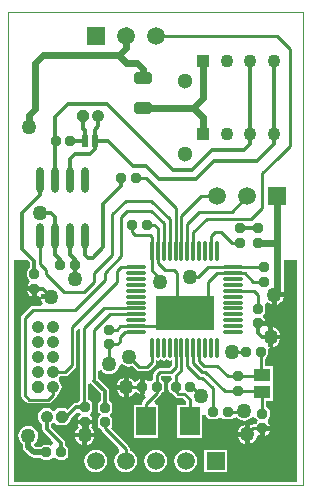
<source format=gtl>
%FSTAX43Y43*%
%MOMM*%
%SFA1B1*%

%IPPOS*%
%AMD10*
4,1,8,0.398780,-0.200660,0.398780,0.200660,0.200660,0.398780,-0.200660,0.398780,-0.398780,0.200660,-0.398780,-0.200660,-0.200660,-0.398780,0.200660,-0.398780,0.398780,-0.200660,0.0*
1,1,0.400000,0.200660,-0.200660*
1,1,0.400000,0.200660,0.200660*
1,1,0.400000,-0.200660,0.200660*
1,1,0.400000,-0.200660,-0.200660*
%
%AMD11*
4,1,8,-0.200660,-0.398780,0.200660,-0.398780,0.398780,-0.200660,0.398780,0.200660,0.200660,0.398780,-0.200660,0.398780,-0.398780,0.200660,-0.398780,-0.200660,-0.200660,-0.398780,0.0*
1,1,0.400000,-0.200660,-0.200660*
1,1,0.400000,0.200660,-0.200660*
1,1,0.400000,0.200660,0.200660*
1,1,0.400000,-0.200660,0.200660*
%
%AMD12*
4,1,8,0.749300,-0.248920,0.749300,0.248920,0.500380,0.500380,-0.500380,0.500380,-0.749300,0.248920,-0.749300,-0.248920,-0.500380,-0.500380,0.500380,-0.500380,0.749300,-0.248920,0.0*
1,1,0.500000,0.500380,-0.248920*
1,1,0.500000,0.500380,0.248920*
1,1,0.500000,-0.500380,0.248920*
1,1,0.500000,-0.500380,-0.248920*
%
%AMD27*
4,1,8,-0.533400,-0.220980,-0.220980,-0.533400,0.220980,-0.533400,0.533400,-0.220980,0.533400,0.220980,0.220980,0.533400,-0.220980,0.533400,-0.533400,0.220980,-0.533400,-0.220980,0.0*
%
%AMD28*
4,1,8,0.220980,-0.533400,0.533400,-0.220980,0.533400,0.220980,0.220980,0.533400,-0.220980,0.533400,-0.533400,0.220980,-0.533400,-0.220980,-0.220980,-0.533400,0.220980,-0.533400,0.0*
%
G04~CAMADD=10~8~0.0~0.0~315.0~315.0~78.7~0.0~15~0.0~0.0~0.0~0.0~0~0.0~0.0~0.0~0.0~0~0.0~0.0~0.0~270.0~314.0~314.0*
%ADD10D10*%
G04~CAMADD=11~8~0.0~0.0~315.0~315.0~78.7~0.0~15~0.0~0.0~0.0~0.0~0~0.0~0.0~0.0~0.0~0~0.0~0.0~0.0~180.0~314.0~314.0*
%ADD11D11*%
G04~CAMADD=12~8~0.0~0.0~393.7~590.6~98.4~0.0~15~0.0~0.0~0.0~0.0~0~0.0~0.0~0.0~0.0~0~0.0~0.0~0.0~270.0~590.0~393.0*
%ADD12D12*%
%ADD13O,0.299999X1.699997*%
%ADD14O,1.699997X0.299999*%
%ADD15R,0.499999X0.999998*%
%ADD16R,1.399997X1.099998*%
%ADD17R,1.699997X2.399995*%
%ADD18O,0.599999X2.199996*%
%ADD19C,0.253999*%
%ADD20C,0.304999*%
%ADD21C,0.634999*%
%ADD22C,0.507999*%
%ADD23R,4.999990X2.999994*%
%ADD24C,0.100000*%
%ADD25C,1.066998*%
%ADD26C,1.066998*%
G04~CAMADD=27~4~0.0~0.0~420.1~420.1~0.0~123.0~0~0.0~0.0~0.0~0.0~0~0.0~0.0~0.0~0.0~0~0.0~0.0~0.0~135.0~420.1~420.1*
%ADD27D27*%
G04~CAMADD=28~4~0.0~0.0~420.1~420.1~0.0~123.0~0~0.0~0.0~0.0~0.0~0~0.0~0.0~0.0~0.0~0~0.0~0.0~0.0~225.0~420.1~420.1*
%ADD28D28*%
%ADD29C,1.299997*%
%ADD30C,1.099998*%
%ADD31R,1.099998X1.099998*%
%ADD32R,1.499997X1.499997*%
%ADD33C,1.499997*%
%ADD34C,1.269997*%
%LNopengrab_ctrl-1*%
%LPD*%
G36*
X0124499Y0050249D02*
X0100499D01*
Y0068999*
X0101687*
X0101875Y0068811*
Y0068392*
X0101746Y0068305*
X0101657Y0068173*
X0101626Y0068017*
Y0067617*
X0101657Y0067461*
X0101746Y0067329*
X0101878Y006724*
X0101746Y0067056*
X0101657Y0066923*
X0101627Y006677*
X0102235*
Y0066567*
X0102437*
Y006596*
X0102566Y0065985*
X0102814Y0065808*
X0102802Y0065899*
X0102828Y0066102*
X0103644*
Y0065696*
X0102829*
X010283Y0065681*
X0102915Y0065478*
X0102965Y0065412*
X0102831Y0065138*
X0102105*
X0101977Y0065113*
X0101869Y0065041*
X0101163Y0064335*
X0101092Y0064227*
X0101066Y0064099*
Y0057599*
X0101092Y0057471*
X0101163Y0057363*
X0101563Y0056963*
X0101671Y0056891*
X0101799Y0056866*
X0103399*
X0103527Y0056891*
X0103635Y0056963*
X0104035Y0057363*
X0104107Y0057471*
X0104132Y0057599*
Y0057603*
X0104169Y0057618*
X0104322Y0057736*
X010444Y0057889*
X0104514Y0058068*
X0104539Y0058259*
X0104514Y005845*
X010444Y0058629*
X0104322Y0058782*
Y0059006*
X010444Y0059159*
X0104455Y0059196*
X0104829*
X0104957Y0059221*
X0105065Y0059293*
X0105645Y0059873*
X0105717Y0059981*
X0105742Y0060109*
Y0063027*
X0105996Y0063196*
X0106072Y0063165*
Y0057078*
X0106011Y0057037*
X0105924Y0056908*
X0105749*
X0105612Y0056881*
X0105495Y0056803*
X0105031Y0056339*
X0104894Y0056476*
X0104161*
X010394Y0056255*
X0103781Y0056266*
X0103627Y0056383*
X0103449Y0056457*
X0103258Y0056483*
X0103066Y0056457*
X0102888Y0056383*
X0102734Y0056266*
X0102617Y0056113*
X0102543Y0055934*
X0102518Y0055743*
X0102543Y0055551*
X0102617Y0055373*
X0102734Y005522*
X0102888Y0055102*
X0102898Y0055098*
Y005474*
X0102926Y0054603*
X0103003Y0054486*
X0103477Y0054013*
X010378Y005356*
X0103606Y00533*
X010345Y0053331*
X010305*
X0102894Y00533*
X0102762Y0053213*
X0102745Y0053187*
X0102366*
X0102189Y0053364*
Y0053439*
X0102322Y005354*
X0102455Y0053715*
X010254Y0053918*
X0102568Y0054136*
X010254Y0054354*
X0102455Y0054557*
X0102322Y0054732*
X0102147Y0054865*
X0101944Y005495*
X0101727Y0054978*
X0101508Y005495*
X0101305Y0054865*
X010113Y0054732*
X0100997Y0054557*
X0100912Y0054354*
X0100884Y0054136*
X0100912Y0053918*
X0100997Y0053715*
X010113Y005354*
X0101263Y0053439*
Y0053172*
X0101298Y0052995*
X0101399Y0052845*
X0101847Y0052396*
X0101997Y0052296*
X0102174Y0052261*
X0102745*
X0102762Y0052235*
X0102894Y0052147*
X010305Y0052116*
X010345*
X0103606Y0052147*
X0103723Y0052225*
X0104028*
X0104144Y0052147*
X01043Y0052116*
X01047*
X0104856Y0052147*
X0104989Y0052235*
X0105077Y0052368*
X0105108Y0052524*
Y0052924*
X0105077Y005308*
X0104989Y0053213*
X010486Y0053298*
Y0053498*
X0104832Y0053635*
X0104754Y0053752*
X0103617Y0054889*
Y0055098*
X0103627Y0055102*
X0103781Y005522*
X010394Y005523*
X0104161Y0055009*
X0104894*
X0105261Y0055376*
Y0055409*
X010527Y0055415*
X010537Y0055566*
X0105394Y0055686*
X0105777Y0056068*
X0106011Y0056061*
X0106143Y0055972*
X0106011Y0055787*
X0105922Y0055655*
X0105892Y0055502*
X0107106*
X0107076Y0055655*
X0106987Y0055787*
X0106948Y0055843*
X0106987Y0056061*
X0107076Y0056193*
X0107107Y0056349*
Y0056749*
X0107076Y0056905*
X0106987Y0057037*
X0106855Y0057126*
X0106738Y005715*
Y0058502*
X010703Y0058591*
X0107061Y0058547*
X0107848Y0057758*
Y0057089*
X0107719Y0057002*
X010763Y005687*
X0107599Y0056714*
Y0056314*
X010763Y0056158*
X0107719Y0056026*
X0107851Y0055937*
X0107719Y0055753*
X010763Y005562*
X0107599Y0055464*
Y0055064*
X010763Y0054908*
X0107719Y0054776*
X0107851Y0054687*
X0107896Y0054678*
X0107899Y0054663*
X0107971Y0054555*
X0109326Y0053201*
X0109431Y0052948*
X010942Y0052783*
X0109281Y0052677*
X0109129Y0052478*
X0109033Y0052247*
X0109001Y0051999*
X0109033Y0051751*
X0109129Y005152*
X0109281Y0051321*
X010948Y0051169*
X0109711Y0051073*
X0109959Y0051041*
X0110207Y0051073*
X0110438Y0051169*
X0110637Y0051321*
X0110789Y005152*
X0110885Y0051751*
X0110917Y0051999*
X0110885Y0052247*
X0110789Y0052478*
X0110637Y0052677*
X0110438Y0052829*
X0110292Y0052889*
Y0053039*
X0110267Y0053167*
X0110243Y0053203*
X0110195Y0053275*
X0108696Y0054774*
X0108695*
Y0054776*
X0108784Y0054908*
X0108815Y0055064*
Y0055464*
X0108784Y005562*
X0108695Y0055753*
X0108656Y0055808*
X0108695Y0056026*
X0108784Y0056158*
X0108815Y0056314*
Y0056714*
X0108784Y005687*
X0108695Y0057002*
X0108566Y0057089*
Y0057907*
X0108539Y0058045*
X0108461Y0058161*
X0107647Y0058975*
Y0059572*
X0107936Y005967*
X0107988Y0059601*
X0108163Y0059468*
X0108366Y0059383*
X0108585Y0059355*
X0108802Y0059383*
X0109005Y0059468*
X010918Y0059601*
X0109313Y0059776*
X0109398Y0059979*
X0109408Y0060059*
X0109463Y0060101*
X0109692Y0060196*
X0109814Y0060103*
X0110017Y0060018*
X0110236Y005999*
X0110453Y0060018*
X0110541Y0060055*
X0110888Y0059707*
X0110996Y0059635*
X0111125Y005961*
X011176*
X0111887Y0059635*
X0111995Y0059707*
X011242Y0060132*
X0112492Y006024*
X0112517Y0060368*
X0112547Y0060528*
X0112684Y0060501*
X0112821Y0060528*
X0112934Y0060604*
X0113047Y0060528*
X0113184Y0060501*
X0113321Y0060528*
X0113434Y0060604*
X0113547Y0060528*
X0113684Y0060501*
X0113851Y0060512*
Y0060093*
X0113653Y0059895*
X0112903*
X0112774Y005987*
X0112666Y0059798*
X01124Y0059531*
X0112327Y0059423*
X0112302Y0059295*
Y0058873*
X0112279Y0058869*
X0112147Y005878*
X0111929Y0058741*
X0111874Y005878*
X0111741Y0058869*
X0111589Y0058899*
Y0058293*
Y0057685*
X0111585Y0057684*
X011151*
X0111625Y0057483*
X0111644Y005739*
X0111451Y0057059*
X0111379Y0056951*
X0111354Y0056823*
Y0056771*
X0110637*
Y0053971*
X0112737*
Y0056771*
X0112505*
X0112388Y0057053*
X0112871Y0057536*
X0112943Y0057644*
X0112956Y0057708*
X0112991Y0057715*
X0113124Y0057804*
X0113212Y0057936*
X0113243Y0058092*
Y0058492*
X0113212Y0058648*
X0113124Y005878*
X0112991Y0058869*
X0112969Y0058873*
Y0059157*
X011304Y0059229*
X0113792*
X0113859Y0058889*
X0113836Y0058869*
X0113704Y005878*
X0113615Y0058648*
X0113584Y0058492*
Y0058092*
X0113615Y0057936*
X0113704Y0057804*
X0113836Y0057715*
X0113928Y0057697*
X0113956Y0057655*
X011419Y0057421*
X0114298Y0057349*
X0114427Y0057324*
X0114796*
X0115054Y0057066*
Y0056771*
X0114337*
Y0053971*
X0116437*
Y0055897*
X011674Y0055927*
X011677Y0055777*
X0116859Y0055645*
X0116991Y0055556*
X0117147Y0055525*
X0117547*
X0117703Y0055556*
X011782Y0055634*
X0118124*
X0118241Y0055556*
X0118397Y0055525*
X0118797*
X0118953Y0055556*
X0119085Y0055645*
X0119102Y005567*
X0119407Y005568*
X0119418Y0055664*
X0119593Y0055531*
X0119796Y0055446*
X0120015Y0055418*
X0120232Y0055446*
X0120435Y0055531*
X012061Y0055664*
X0120662Y0055732*
X0120959Y0055663*
X0120961Y005565*
X012105Y0055518*
X0121182Y0055429*
X012105Y0055245*
X0120961Y0055112*
X0120957Y0055089*
X0120756*
X0120628Y0055064*
X0120565Y0055022*
X0120467Y0055063*
X0120452Y0055064*
Y0054249*
Y0053434*
X0120467Y0053435*
X012067Y005352*
X0120845Y0053653*
X0120978Y0053828*
X0121063Y0054031*
X0121182Y0054179*
X0121335Y0054149*
Y0054756*
X0121539*
Y0054959*
X0122145*
X0122115Y0055112*
X0122026Y0055245*
X0121987Y00553*
X0122026Y0055518*
X0122115Y005565*
X0122146Y0055806*
Y0056206*
X0122115Y0056362*
X0122026Y0056494*
X0121894Y0056583*
X0121871Y0056587*
Y0057046*
X0122438*
Y0058547*
Y0060046*
X0121724*
Y0060632*
X0121747Y0060636*
X0121879Y0060725*
X0121968Y0060857*
X0121999Y0061013*
Y0061413*
X0121993Y0061441*
X0122202Y0061663*
X0122047Y0061683*
Y0062499*
Y0063314*
X0122031Y0063313*
X0122026Y0063311*
X0121773Y006348*
Y0063446*
X0121772Y0063443*
X0121165*
Y0063849*
X0121772*
X0121742Y0064002*
X0121653Y0064135*
X0121614Y006419*
X0121653Y0064408*
X0121742Y006454*
X0121773Y0064696*
Y0065096*
X0121742Y0065252*
X0121741Y0065253*
X0121963Y0065462*
X0122137Y0065329*
X012234Y0065244*
X0122355Y0065243*
Y0066058*
X0122558*
Y0066261*
X0123373*
X0123372Y0066276*
X0123336Y0066363*
Y0068999*
X0124499*
Y0050249*
G37*
%LNopengrab_ctrl-2*%
%LPC*%
G36*
X0107315Y0053996D02*
X0106702D01*
Y0053384*
X0106717Y0053385*
X010692Y005347*
X0107095Y0053603*
X0107228Y0053778*
X0107313Y0053981*
X0107315Y0053996*
G37*
G36*
X0106296D02*
X0105684D01*
X0105685Y0053981*
X010577Y0053778*
X0105903Y0053603*
X0106078Y005347*
X0106281Y0053385*
X0106296Y0053384*
Y0053996*
G37*
G36*
X0120046Y0054046D02*
X0119434D01*
X0119435Y0054031*
X011952Y0053828*
X0119653Y0053653*
X0119828Y005352*
X0120031Y0053435*
X0120046Y0053434*
Y0054046*
G37*
G36*
X0122145Y0054553D02*
X0121741D01*
Y0054149*
X0121894Y0054179*
X0122026Y0054268*
X0122115Y00544*
X0122145Y0054553*
G37*
G36*
X0112499Y0052957D02*
X0112251Y0052925D01*
X011202Y0052829*
X0111821Y0052677*
X0111669Y0052478*
X0111573Y0052247*
X0111541Y0051999*
X0111573Y0051751*
X0111669Y005152*
X0111821Y0051321*
X011202Y0051169*
X0112251Y0051073*
X0112499Y0051041*
X0112747Y0051073*
X0112978Y0051169*
X0113177Y0051321*
X0113329Y005152*
X0113425Y0051751*
X0113457Y0051999*
X0113425Y0052247*
X0113329Y0052478*
X0113177Y0052677*
X0112978Y0052829*
X0112747Y0052925*
X0112499Y0052957*
G37*
G36*
X0107419D02*
X0107171Y0052925D01*
X010694Y0052829*
X0106741Y0052677*
X0106589Y0052478*
X0106493Y0052247*
X0106461Y0051999*
X0106493Y0051751*
X0106589Y005152*
X0106741Y0051321*
X010694Y0051169*
X0107171Y0051073*
X0107419Y0051041*
X0107667Y0051073*
X0107898Y0051169*
X0108097Y0051321*
X0108249Y005152*
X0108345Y0051751*
X0108377Y0051999*
X0108345Y0052247*
X0108249Y0052478*
X0108097Y0052677*
X0107898Y0052829*
X0107667Y0052925*
X0107419Y0052957*
G37*
G36*
X0118529Y0052949D02*
X0116629D01*
Y0051049*
X0118529*
Y0052949*
G37*
G36*
X0115039Y0052957D02*
X0114791Y0052925D01*
X011456Y0052829*
X0114361Y0052677*
X0114209Y0052478*
X0114113Y0052247*
X0114081Y0051999*
X0114113Y0051751*
X0114209Y005152*
X0114361Y0051321*
X011456Y0051169*
X0114791Y0051073*
X0115039Y0051041*
X0115287Y0051073*
X0115518Y0051169*
X0115717Y0051321*
X0115869Y005152*
X0115965Y0051751*
X0115997Y0051999*
X0115965Y0052247*
X0115869Y0052478*
X0115717Y0052677*
X0115518Y0052829*
X0115287Y0052925*
X0115039Y0052957*
G37*
G36*
X0107106Y0055096D02*
X0105892D01*
X0105922Y0054943*
X0105971Y0054869*
Y0054847*
X0105903Y0054795*
X010577Y005462*
X0105685Y0054417*
X0105684Y0054402*
X0107315*
X0107313Y0054417*
X0107228Y005462*
X0107095Y0054795*
X0107027Y0054847*
Y0054869*
X0107076Y0054943*
X0107106Y0055096*
G37*
G36*
X0122452Y0063314D02*
Y0062702D01*
X0123064*
X0123063Y0062717*
X0122978Y006292*
X0122845Y0063095*
X012267Y0063228*
X0122467Y0063313*
X0122452Y0063314*
G37*
G36*
X0123064Y0062296D02*
X0122452D01*
Y0061684*
X0122467Y0061685*
X012267Y006177*
X0122845Y0061903*
X0122978Y0062078*
X0123063Y0062281*
X0123064Y0062296*
G37*
G36*
X0102031Y0066364D02*
X0101627D01*
X0101657Y0066211*
X0101746Y0066079*
X0101878Y006599*
X0102031Y006596*
Y0066364*
G37*
G36*
X0123373Y0065855D02*
X0122761D01*
Y0065243*
X0122776Y0065244*
X0122979Y0065329*
X0123154Y0065462*
X0123287Y0065637*
X0123372Y006584*
X0123373Y0065855*
G37*
G36*
X0109796Y0058046D02*
X0109184D01*
X0109185Y0058031*
X010927Y0057828*
X0109403Y0057653*
X0109578Y005752*
X0109781Y0057435*
X0109796Y0057434*
Y0058046*
G37*
G36*
X0120046Y0055064D02*
X0120031Y0055063D01*
X0119828Y0054978*
X0119653Y0054845*
X011952Y005467*
X0119435Y0054467*
X0119434Y0054452*
X0120046*
Y0055064*
G37*
G36*
X0109796Y0059064D02*
X0109781Y0059063D01*
X0109578Y0058978*
X0109403Y0058845*
X010927Y005867*
X0109185Y0058467*
X0109184Y0058452*
X0109796*
Y0059064*
G37*
G36*
X0110202D02*
Y0058249D01*
Y0057434*
X0110217Y0057435*
X011042Y005752*
X0110595Y0057653*
X0110728Y0057828*
X0110897Y0057804*
X0111029Y0057715*
X0111182Y0057685*
Y0058293*
Y0058899*
X0111029Y0058869*
X0110897Y005878*
X0110728Y005867*
X0110595Y0058845*
X011042Y0058978*
X0110217Y0059063*
X0110202Y0059064*
G37*
%LNopengrab_ctrl-3*%
%LPD*%
G54D10*
X0121158Y0070458D03*
Y0071708D03*
X0119634D03*
Y0070458D03*
X0121666Y0067183D03*
Y0068432D03*
X0121165Y0064897D03*
Y0063646D03*
X0119507Y0057912D03*
Y0059161D03*
X0121539Y0056007D03*
Y0054756D03*
X0102235Y0067818D03*
Y0066567D03*
X0108585Y0063119D03*
Y0061868D03*
X0108207Y0056515D03*
Y0055264D03*
X0106499Y0055299D03*
Y0056549D03*
G54D11*
X0105283Y0079121D03*
X0104032D03*
X0109601Y0075946D03*
X011085D03*
X0120142Y0061214D03*
X0121391D03*
X0111385Y0058293D03*
X0112635D03*
X0115443D03*
X0114192D03*
X0117348Y0056134D03*
X0118597D03*
X0105664Y006858D03*
X0104413D03*
X01045Y0052724D03*
X0103251D03*
X011176Y0072009D03*
X0110509D03*
G54D12*
X0111399Y0084399D03*
Y0081899D03*
G54D13*
X0112184Y0061558D03*
X0112684D03*
X0113184D03*
X0113684D03*
X0114184D03*
X0114684D03*
X0115184D03*
X0115684D03*
X0116184D03*
X0116684D03*
X0117184D03*
X0117684D03*
Y0069758D03*
X0117184D03*
X0116684D03*
X0116184D03*
X0115684D03*
X0115184D03*
X0114684D03*
X0114184D03*
X0113684D03*
X0113184D03*
X0112684D03*
X0112184D03*
G54D14*
X0119034Y0062908D03*
Y0063408D03*
Y0063908D03*
Y0064408D03*
Y0064908D03*
Y0065408D03*
Y0065908D03*
Y0066408D03*
Y0066908D03*
Y0067408D03*
Y0067908D03*
Y0068408D03*
X0110834D03*
Y0067908D03*
Y0067408D03*
Y0066908D03*
Y0066408D03*
Y0065908D03*
Y0065408D03*
Y0064908D03*
Y0064408D03*
Y0063908D03*
Y0063408D03*
Y0062908D03*
G54D15*
X0107333Y0079121D03*
X0106533D03*
G54D16*
X0121539Y0057796D03*
Y0059296D03*
G54D17*
X0115387Y0055372D03*
X0111687D03*
G54D18*
X0102743Y0071005D03*
X0104013D03*
X0105283D03*
X0106553D03*
X0102743Y0075805D03*
X0104013D03*
X0105283D03*
X0106553D03*
G54D19*
X0116199Y0073099D02*
X0118957D01*
X0115184Y0072084D02*
X0116199Y0073099D01*
X0115184Y0069758D02*
Y0072084D01*
X0118957Y0073099D02*
X0120269Y007441D01*
X0120599Y0072499D02*
X0121539Y0073438D01*
X0116822Y0072499D02*
X0120599D01*
X0115697Y0071374D02*
X0116822Y0072499D01*
X011894Y0070458D02*
X0119634D01*
X0117999Y0071399D02*
X011894Y0070458D01*
X0117499Y0071399D02*
X0117999D01*
X0117184Y0071084D02*
X0117499Y0071399D01*
X011632Y007441D02*
X0117729D01*
X0121539Y0073438D02*
Y0076338D01*
X010541Y0060109D02*
Y0063373D01*
X0104829Y0059529D02*
X010541Y0060109D01*
X0103799Y0059529D02*
X0104829D01*
X0102105Y0064805D02*
X0105699D01*
X0101399Y0064099D02*
X0102105Y0064805D01*
X0101399Y0057599D02*
Y0064099D01*
Y0057599D02*
X0101799Y0057199D01*
X0103399*
X0103799Y0057599*
Y0058259*
X0119034Y0068408D02*
X0121666D01*
X0106206Y0056549D02*
X0106405Y0056748D01*
X0115697Y0069758D02*
Y0071374D01*
X0112499Y0087999D02*
X0122799D01*
X0123899Y0086899*
Y0078699D02*
Y0086899D01*
X0122866Y0077665D02*
X0123899Y0078699D01*
X0121539Y0076338D02*
X0122866Y0077665D01*
X0114184Y0069758D02*
Y0073414D01*
X0111653Y0075946D02*
X0114184Y0073414D01*
X011085Y0075946D02*
X0111653D01*
X0109959Y0051999D02*
Y0053039D01*
X0108207Y0054791D02*
X0109959Y0053039D01*
X0108207Y0054791D02*
Y0055264D01*
X0109959Y0051499D02*
Y0051999D01*
X0116194Y0059055D02*
X0116444D01*
X0115184Y0060064D02*
X0116194Y0059055D01*
X0115184Y0060064D02*
Y0061558D01*
X0116436Y0059563D02*
X0116713D01*
X0115684Y0060314D02*
X0116436Y0059563D01*
X0115684Y0060314D02*
Y0061558D01*
X0108088Y0064908D02*
X0110834D01*
X0110109Y0073152D02*
X0112141D01*
X0113184Y0072107*
X0109982Y0074041D02*
X0112141D01*
X0113684Y0072496*
X0121391Y0059173D02*
Y0061214D01*
Y0059173D02*
X0121403Y0059161D01*
X0121539Y0059296*
X0119507Y0059161D02*
X0121403D01*
X0121423Y0057912D02*
X0121539Y0057796D01*
X0119507Y0057912D02*
X0121423D01*
X0118364D02*
X0119507D01*
X0118637Y0059161D02*
X0119507D01*
X0116586Y0060071D02*
X0117729D01*
X0118637Y0059161*
X0116184Y0060471D02*
X0116586Y0060071D01*
X0116713Y0059563D02*
X0118364Y0057912D01*
X0116184Y0060471D02*
Y0061558D01*
X0113792Y0059563D02*
X0114184Y0059955D01*
X0114684Y0059693D02*
Y0060201D01*
X0119034Y0067908D02*
X012005D01*
X0109509Y0063408D02*
X0110834D01*
X010922Y0063119D02*
X0109509Y0063408D01*
X0108585Y0063119D02*
X010922D01*
X0108585Y0061868D02*
X0109239D01*
X0109474Y0062103*
Y0062484*
X0109898Y0062908*
X0110834*
X0111687Y0056823D02*
X0112635Y0057771D01*
X0111687Y0055626D02*
Y0056823D01*
X0114192Y0057891D02*
Y0059201D01*
Y0057891D02*
X0114427Y0057658D01*
X0114935*
X0115387Y0057204*
Y0055626D02*
Y0057204D01*
X0114184Y0059955D02*
Y0061558D01*
X0112903Y0059563D02*
X0113792D01*
X0114192Y0059201D02*
X0114684Y0059693D01*
X0112635Y0057771D02*
Y0059295D01*
X0112903Y0059563*
X0114684Y0060201D02*
Y0061558D01*
X0110509Y0071353D02*
Y0072009D01*
Y0071353D02*
X0110744Y007112D01*
X0112014*
X0112184Y0070948*
Y0069758D02*
Y0070948D01*
X011176Y0072009D02*
X0112395D01*
X0112684Y0071718*
Y0069758D02*
Y0071718D01*
X0113184Y0069758D02*
Y0072107D01*
X0113684Y0069758D02*
Y0072496D01*
X0108839Y0072898D02*
X0109982Y0074041D01*
X0109601Y0072644D02*
X0110109Y0073152D01*
X0108839Y0069469D02*
Y0072898D01*
X0109601Y0069342D02*
Y0072644D01*
X0109556Y0068408D02*
X0110834D01*
X0119034Y0066408D02*
X0120788D01*
X0121165Y0066031*
X012005Y0067908D02*
X0120777Y0067183D01*
X0121666*
X0117184Y0069758D02*
Y0071084D01*
X0102743Y0068707D02*
Y0071005D01*
Y0068707D02*
X0103251Y0068199D01*
X0121539Y0056007D02*
Y0057796D01*
Y0056007D02*
D01*
X0118999Y0061214D02*
X0120142D01*
X0106405Y0056748D02*
Y0063225D01*
X0108088Y0064908*
X0108604Y0064408D02*
X0110834D01*
X0107315Y0063119D02*
X0108604Y0064408D01*
X0107315Y0058801D02*
Y0063119D01*
X0112184Y0060368D02*
Y0061558D01*
X011176Y0059944D02*
X0112184Y0060368D01*
X0111125Y0059944D02*
X011176D01*
X0110236Y0060833D02*
X0111125Y0059944D01*
X0108585Y0060198D02*
Y0061868D01*
X0105699Y0064805D02*
X0108204Y006731D01*
Y0067945D02*
X0109601Y0069342D01*
X0108204Y006731D02*
Y0067945D01*
X010541Y0063373D02*
X010922Y0067183D01*
Y0068072*
X0109556Y0068408*
X0106426Y0066294D02*
X0107251Y0067118D01*
Y0067881D02*
X0108839Y0069469D01*
X0107251Y0067118D02*
Y0067881D01*
X0103251Y0067818D02*
Y0068199D01*
Y0067818D02*
X0104775Y0066294D01*
X0106426*
X0112184Y0068154D02*
Y0069758D01*
X0112903Y0067183D02*
Y0067437D01*
X0112184Y0068154D02*
X0112903Y0067437D01*
X0112684Y0068797D02*
Y0069758D01*
Y0068797D02*
X0113284Y0068199D01*
X0114046*
X01143Y0067945*
Y0064499D02*
Y0067945D01*
X0118597Y0056134D02*
X0119888D01*
X0120015Y0056261*
X0114684Y0069758D02*
Y0072774D01*
X011632Y007441*
X0116922Y0068408D02*
X0119034D01*
X0116078Y0067564D02*
X0116922Y0068408D01*
X0115443Y0067564D02*
X0116078D01*
X0117692Y0067908D02*
X0119034D01*
X0116967Y0067183D02*
X0117692Y0067908D01*
X0116967Y0065499D02*
Y0067183D01*
X0115443Y0058293D02*
X011557D01*
X0116332Y0057531*
X0116444Y0059055D02*
X0117348Y0058151D01*
Y0056134D02*
Y0058151D01*
X0110834Y0063408D02*
X0112908D01*
X0120756Y0054756D02*
X0121539D01*
X0120249Y0054249D02*
X0120756Y0054756D01*
X0110042Y0058293D02*
X0111385D01*
X0109999Y0058249D02*
X0110042Y0058293D01*
X0121165Y0064897D02*
Y0066031D01*
G54D20*
X0102976Y0066567D02*
X0103644Y0065899D01*
X01045Y0052724D02*
Y0053498D01*
X0103258Y005474D02*
X01045Y0053498D01*
X0103258Y005474D02*
Y0055743D01*
X0106206Y0056549D02*
X0106499D01*
X0105749D02*
X0106206D01*
X0104943Y0055743D02*
X0105749Y0056549D01*
X0107333Y0079121D02*
Y0080033D01*
X0107634Y0080334*
Y0081099*
X0105283Y0079121D02*
X0106533D01*
X0105156D02*
X0105283D01*
X0106499Y0079154D02*
X0106533Y0079121D01*
X0106499Y0079154D02*
Y0079999D01*
X0106364Y0080134D02*
X0106499Y0079999D01*
X0106364Y0080134D02*
Y0081099D01*
X0113999Y0076599D02*
X0115599D01*
X0108411Y0082187D02*
X0113999Y0076599D01*
X0105087Y0082187D02*
X0108411D01*
X0104013Y0081112D02*
X0105087Y0082187D01*
X0104013Y0079013D02*
Y0081112D01*
X0122499Y0079699D02*
Y0085899D01*
X0103905Y0079121D02*
X0104013Y0079013D01*
X0120499Y0079699D02*
Y0085899D01*
X0115599Y0076599D02*
X0117299Y0078299D01*
X0119999*
X0122499Y0078799D02*
Y0079699D01*
X0121099Y0077399D02*
X0122499Y0078799D01*
X0117399Y0077399D02*
X0121099D01*
X0115899Y0075899D02*
X0117399Y0077399D01*
X0112799Y0075899D02*
X0115899D01*
X0111699Y0076999D02*
X0112799Y0075899D01*
X0110578Y0076999D02*
X0111699D01*
X0120499Y0078799D02*
Y0079699D01*
X0119999Y0078299D02*
X0120499Y0078799D01*
X0107315Y0058801D02*
X0108207Y0057907D01*
Y0056515D02*
Y0057907D01*
X0109601Y0075311D02*
Y0075946D01*
X0106553Y0069469D02*
X0106807Y0069215D01*
X0106553Y0069469D02*
Y0071005D01*
X0102235Y0067818D02*
Y0068961D01*
X0104413Y006858D02*
Y0069067D01*
X0104013Y0069469D02*
X0104413Y0069067D01*
X0104013Y0069469D02*
Y0071005D01*
X0105664Y006858D02*
Y0069088D01*
X0105283Y0069469D02*
X0105664Y0069088D01*
X0105283Y0069469D02*
Y0071005D01*
X0108077Y0073787D02*
X0109601Y0075311D01*
X0119634Y0071708D02*
X0121158D01*
X0104013Y0075805D02*
Y0079013D01*
X0105283Y0075805D02*
Y0077597D01*
X0105664Y0077978*
X0106934*
X0107333Y0078377*
Y0079121*
X0108458*
X0110578Y0076999*
X0102235Y0066567D02*
X0102976D01*
X0102743Y0074549D02*
Y0075805D01*
X0105664Y0067371D02*
Y006858D01*
X0106807Y0069215D02*
X0107188D01*
X0108077Y0070104*
Y0073787*
X0101219Y0069977D02*
X0102235Y0068961D01*
X0101219Y0069977D02*
Y0073025D01*
X0102743Y0074549*
Y0073025D02*
X0103632D01*
X0104013Y0072644*
Y0071005D02*
Y0072644D01*
X0105664Y006731D02*
Y0067371D01*
X0121165Y0062833D02*
Y0063646D01*
Y0062833D02*
X0121499Y0062499D01*
X0122249*
G54D21*
X0122809Y0066058D02*
Y007441D01*
X0106499Y0054199D02*
Y0055299D01*
X0116499Y0082699D02*
Y0085899D01*
X0115699Y0081899D02*
X0116499Y0082699D01*
Y0079699D02*
Y0081099D01*
X0115699Y0081899D02*
X0116499Y0081099D01*
X0111399Y0081899D02*
X0115699D01*
X0111399Y0084399D02*
Y0085199D01*
X0110899Y0085699D02*
X0111399Y0085199D01*
X0110019Y0085699D02*
X0110899D01*
X0109359Y008636D02*
X0110019Y0085699D01*
X0109959Y0087999D02*
Y0088499D01*
Y0086959D02*
Y0087999D01*
X0109359Y008636D02*
X0109959Y0086959D01*
X0102997Y008636D02*
X0109359D01*
X0101749Y0080249D02*
Y0081249D01*
X0102301Y0081801*
Y0085664*
X0102997Y008636*
X0121158Y0070458D02*
X0122799D01*
X0122558Y0066058D02*
X0122809D01*
G54D22*
X0104528Y0055743D02*
X0104943D01*
X0101727Y0053172D02*
Y0054136D01*
Y0053172D02*
X0102174Y0052724D01*
X0103251*
G54D23*
X0114999Y0064499D03*
G54D24*
X0099999Y0089999D02*
X0124999D01*
Y0049999D02*
Y0089999D01*
X0099999Y0049999D02*
X0124999D01*
X0099999D02*
Y0089999D01*
G54D25*
X0102529Y0063339D03*
Y0062069D03*
X0103799Y0060799D03*
Y0062069D03*
Y0063339D03*
G54D26*
X0102529Y0060799D03*
Y0059529D03*
X0103799D03*
Y0058259D03*
X0103258Y0055743D03*
X0107634Y0081199D03*
G54D27*
X0102529Y0058259D03*
G54D28*
X0104528Y0055743D03*
X0106364Y0081199D03*
G54D29*
X0114999Y0084199D03*
Y0077999D03*
G54D30*
X0122499Y0085899D03*
X0120499D03*
X0118499D03*
Y0079699D03*
X0120499D03*
X0122499D03*
G54D31*
X0116499Y0085899D03*
Y0079699D03*
G54D32*
X0122809Y007441D03*
X0107419Y0087999D03*
X0117579Y0051999D03*
G54D33*
X0120269Y007441D03*
X0117729D03*
X0109959Y0087999D03*
X0112499D03*
X0107419Y0051999D03*
X0109959D03*
X0112499D03*
X0115039D03*
G54D34*
X0103644Y0065899D03*
X0106499Y0054199D03*
X0101727Y0054136D03*
X0101749Y0080249D03*
X0118999Y0061214D03*
X0110236Y0060833D03*
X0108585Y0060198D03*
X0105664Y0067371D03*
X0112903Y0067183D03*
X0102743Y0073025D03*
X0120015Y0056261D03*
X0115443Y0067564D03*
X0116332Y0057531D03*
X0115999Y0063999D03*
X0120249Y0054249D03*
X0122249Y0062499D03*
X0109999Y0058249D03*
X0122558Y0066058D03*
M02*
</source>
